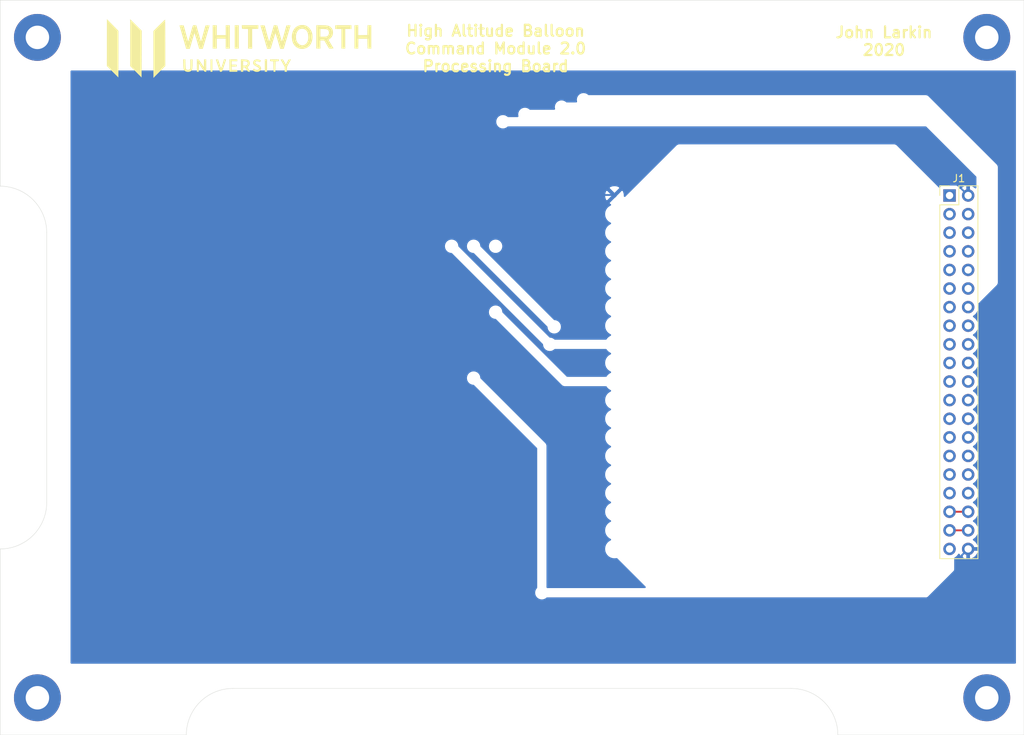
<source format=kicad_pcb>
(kicad_pcb (version 20171130) (host pcbnew "(5.1.4)-1")

  (general
    (thickness 1.6)
    (drawings 14)
    (tracks 28)
    (zones 0)
    (modules 6)
    (nets 38)
  )

  (page A4)
  (layers
    (0 F.Cu signal)
    (31 B.Cu signal hide)
    (32 B.Adhes user)
    (33 F.Adhes user)
    (34 B.Paste user)
    (35 F.Paste user)
    (36 B.SilkS user)
    (37 F.SilkS user)
    (38 B.Mask user)
    (39 F.Mask user)
    (40 Dwgs.User user hide)
    (41 Cmts.User user hide)
    (42 Eco1.User user hide)
    (43 Eco2.User user hide)
    (44 Edge.Cuts user)
    (45 Margin user)
    (46 B.CrtYd user)
    (47 F.CrtYd user)
    (48 B.Fab user hide)
    (49 F.Fab user hide)
  )

  (setup
    (last_trace_width 0.25)
    (trace_clearance 0.2)
    (zone_clearance 0.508)
    (zone_45_only no)
    (trace_min 0.2)
    (via_size 0.8)
    (via_drill 0.4)
    (via_min_size 0.4)
    (via_min_drill 0.3)
    (uvia_size 0.3)
    (uvia_drill 0.1)
    (uvias_allowed no)
    (uvia_min_size 0.2)
    (uvia_min_drill 0.1)
    (edge_width 0.05)
    (segment_width 0.2)
    (pcb_text_width 0.3)
    (pcb_text_size 1.5 1.5)
    (mod_edge_width 0.12)
    (mod_text_size 1 1)
    (mod_text_width 0.15)
    (pad_size 1.524 1.524)
    (pad_drill 0.762)
    (pad_to_mask_clearance 0.051)
    (solder_mask_min_width 0.25)
    (aux_axis_origin 0 0)
    (visible_elements 7FFFFFFF)
    (pcbplotparams
      (layerselection 0x010fc_ffffffff)
      (usegerberextensions false)
      (usegerberattributes false)
      (usegerberadvancedattributes false)
      (creategerberjobfile false)
      (excludeedgelayer true)
      (linewidth 0.100000)
      (plotframeref false)
      (viasonmask false)
      (mode 1)
      (useauxorigin false)
      (hpglpennumber 1)
      (hpglpenspeed 20)
      (hpglpendiameter 15.000000)
      (psnegative false)
      (psa4output false)
      (plotreference true)
      (plotvalue true)
      (plotinvisibletext false)
      (padsonsilk false)
      (subtractmaskfromsilk false)
      (outputformat 1)
      (mirror false)
      (drillshape 1)
      (scaleselection 1)
      (outputdirectory ""))
  )

  (net 0 "")
  (net 1 GND)
  (net 2 +5V)
  (net 3 /SPI_MOSI)
  (net 4 /SPI_MISO)
  (net 5 /SPI_CLK)
  (net 6 /I2C_SDA)
  (net 7 /I2C_SCL)
  (net 8 /POD_WAKE)
  (net 9 /POD_TX)
  (net 10 /POD_RX)
  (net 11 /RADIO_WAKE)
  (net 12 /A0)
  (net 13 /A1)
  (net 14 /A2)
  (net 15 /LED_A)
  (net 16 /LED_B)
  (net 17 /LED_C)
  (net 18 /AUDIO_ALERT)
  (net 19 /PWM)
  (net 20 /IRIDIUM_NET_AVAIL)
  (net 21 /IRIDIUM_RX)
  (net 22 /IRIDIUM_TX)
  (net 23 /IRIDIUM_PWR_CTRL)
  (net 24 +3V3)
  (net 25 +BATT)
  (net 26 +7.4V)
  (net 27 GNDPWR)
  (net 28 GNDS)
  (net 29 /INTERBOARD_0)
  (net 30 /RADIO_RX)
  (net 31 /RADIO_TX)
  (net 32 /BT_RX)
  (net 33 /BT_TX)
  (net 34 /A4)
  (net 35 /A3)
  (net 36 /DIO1)
  (net 37 /DIO2)

  (net_class Default "This is the default net class."
    (clearance 0.2)
    (trace_width 0.25)
    (via_dia 0.8)
    (via_drill 0.4)
    (uvia_dia 0.3)
    (uvia_drill 0.1)
    (add_net +3V3)
    (add_net +5V)
    (add_net +7.4V)
    (add_net +BATT)
    (add_net /A0)
    (add_net /A1)
    (add_net /A2)
    (add_net /A3)
    (add_net /A4)
    (add_net /AUDIO_ALERT)
    (add_net /BT_RX)
    (add_net /BT_TX)
    (add_net /DIO1)
    (add_net /DIO2)
    (add_net /I2C_SCL)
    (add_net /I2C_SDA)
    (add_net /INTERBOARD_0)
    (add_net /IRIDIUM_NET_AVAIL)
    (add_net /IRIDIUM_PWR_CTRL)
    (add_net /IRIDIUM_RX)
    (add_net /IRIDIUM_TX)
    (add_net /LED_A)
    (add_net /LED_B)
    (add_net /LED_C)
    (add_net /POD_RX)
    (add_net /POD_TX)
    (add_net /POD_WAKE)
    (add_net /PWM)
    (add_net /RADIO_RX)
    (add_net /RADIO_TX)
    (add_net /RADIO_WAKE)
    (add_net /SERIAL_ALERT)
    (add_net /SPI_CLK)
    (add_net /SPI_MISO)
    (add_net /SPI_MOSI)
    (add_net GND)
    (add_net GNDPWR)
    (add_net GNDS)
  )

  (module WhitworthStandard:LOGO (layer F.Cu) (tedit 0) (tstamp 5E6714B9)
    (at 58 32)
    (fp_text reference G*** (at 0 0) (layer F.SilkS) hide
      (effects (font (size 1.524 1.524) (thickness 0.3)))
    )
    (fp_text value LOGO (at 0.75 0) (layer Cmts.User) hide
      (effects (font (size 1.524 1.524) (thickness 0.3)))
    )
    (fp_poly (pts (xy 16.256 -1.81807) (xy 16.880416 -1.829785) (xy 17.504833 -1.8415) (xy 17.528149 -3.175)
      (xy 18.034 -3.175) (xy 18.034 0) (xy 17.528149 0) (xy 17.504833 -1.3335)
      (xy 16.277166 -1.3335) (xy 16.25385 0) (xy 15.748 0) (xy 15.748 -3.175)
      (xy 16.256 -3.175) (xy 16.256 -1.81807)) (layer F.SilkS) (width 0.01))
    (fp_poly (pts (xy 15.324666 -2.667) (xy 14.478 -2.667) (xy 14.478 0) (xy 13.97 0)
      (xy 13.97 -2.667) (xy 13.123333 -2.667) (xy 13.123333 -3.175) (xy 15.324666 -3.175)
      (xy 15.324666 -2.667)) (layer F.SilkS) (width 0.01))
    (fp_poly (pts (xy 11.564106 -3.171141) (xy 11.82526 -3.157787) (xy 12.030443 -3.132276) (xy 12.193867 -3.091947)
      (xy 12.32974 -3.034135) (xy 12.452273 -2.95618) (xy 12.469466 -2.943283) (xy 12.644032 -2.76072)
      (xy 12.756952 -2.537795) (xy 12.809758 -2.290509) (xy 12.803982 -2.034867) (xy 12.741154 -1.786871)
      (xy 12.622805 -1.562526) (xy 12.450467 -1.377833) (xy 12.31099 -1.287025) (xy 12.228404 -1.236394)
      (xy 12.192079 -1.198437) (xy 12.192 -1.197368) (xy 12.212882 -1.153264) (xy 12.270477 -1.050124)
      (xy 12.357199 -0.901071) (xy 12.465469 -0.719226) (xy 12.530666 -0.611286) (xy 12.647444 -0.41725)
      (xy 12.746806 -0.249017) (xy 12.821174 -0.119668) (xy 12.862972 -0.042285) (xy 12.869333 -0.026664)
      (xy 12.830591 -0.013477) (xy 12.728697 -0.003944) (xy 12.585147 -0.000015) (xy 12.575258 0)
      (xy 12.281183 0) (xy 11.951104 -0.550333) (xy 11.621025 -1.100667) (xy 11.091333 -1.100667)
      (xy 11.091333 0) (xy 10.541 0) (xy 10.541 -2.667) (xy 11.091333 -2.667)
      (xy 11.091333 -1.608667) (xy 11.497551 -1.608667) (xy 11.717384 -1.613282) (xy 11.871738 -1.628836)
      (xy 11.979385 -1.657897) (xy 12.026034 -1.68089) (xy 12.16314 -1.80757) (xy 12.247374 -1.980741)
      (xy 12.27261 -2.176302) (xy 12.232724 -2.370153) (xy 12.21245 -2.414386) (xy 12.136617 -2.522743)
      (xy 12.030883 -2.596947) (xy 11.880642 -2.642145) (xy 11.671287 -2.663485) (xy 11.495602 -2.667)
      (xy 11.091333 -2.667) (xy 10.541 -2.667) (xy 10.541 -3.175) (xy 11.232771 -3.175)
      (xy 11.564106 -3.171141)) (layer F.SilkS) (width 0.01))
    (fp_poly (pts (xy 2.616195 -2.931584) (xy 2.6035 -2.688167) (xy 2.19075 -2.676051) (xy 1.778 -2.663934)
      (xy 1.778 0) (xy 1.227666 0) (xy 1.227666 -2.663934) (xy 0.814916 -2.676051)
      (xy 0.402166 -2.688167) (xy 0.38947 -2.931584) (xy 0.376774 -3.175) (xy 2.628891 -3.175)
      (xy 2.616195 -2.931584)) (layer F.SilkS) (width 0.01))
    (fp_poly (pts (xy -0.042334 0) (xy -0.592667 0) (xy -0.592667 -3.175) (xy -0.042334 -3.175)
      (xy -0.042334 0)) (layer F.SilkS) (width 0.01))
    (fp_poly (pts (xy -3.048 -1.820333) (xy -1.820334 -1.820333) (xy -1.820334 -3.175) (xy -1.27 -3.175)
      (xy -1.27 0) (xy -1.820334 0) (xy -1.820334 -1.354667) (xy -3.048 -1.354667)
      (xy -3.048 0) (xy -3.598334 0) (xy -3.598334 -3.175) (xy -3.048 -3.175)
      (xy -3.048 -1.820333)) (layer F.SilkS) (width 0.01))
    (fp_poly (pts (xy 5.113461 -3.16894) (xy 5.190046 -3.146758) (xy 5.223151 -3.102455) (xy 5.223626 -3.100917)
      (xy 5.240913 -3.040695) (xy 5.277543 -2.911099) (xy 5.330096 -2.724306) (xy 5.395148 -2.492492)
      (xy 5.469278 -2.22783) (xy 5.524051 -2.032) (xy 5.602459 -1.752451) (xy 5.674319 -1.498025)
      (xy 5.736197 -1.280739) (xy 5.784659 -1.112611) (xy 5.816271 -1.005656) (xy 5.826517 -0.973667)
      (xy 5.843364 -0.99587) (xy 5.878755 -1.090257) (xy 5.929678 -1.247132) (xy 5.993121 -1.456801)
      (xy 6.066071 -1.709572) (xy 6.145517 -1.995749) (xy 6.155378 -2.032) (xy 6.459867 -3.153833)
      (xy 6.743009 -3.166338) (xy 6.898529 -3.169385) (xy 6.982944 -3.159893) (xy 7.009168 -3.13579)
      (xy 7.007158 -3.124004) (xy 6.992013 -3.073809) (xy 6.95658 -2.953293) (xy 6.904055 -2.773481)
      (xy 6.837634 -2.545397) (xy 6.760514 -2.280064) (xy 6.675892 -1.988507) (xy 6.586964 -1.68175)
      (xy 6.496927 -1.370817) (xy 6.408977 -1.066732) (xy 6.326311 -0.780518) (xy 6.252126 -0.5232)
      (xy 6.189618 -0.305802) (xy 6.159611 -0.201083) (xy 6.089992 0.042333) (xy 5.608237 0.042333)
      (xy 5.29208 -1.056896) (xy 5.208109 -1.343469) (xy 5.130414 -1.598431) (xy 5.062244 -1.811918)
      (xy 5.006851 -1.974068) (xy 4.967486 -2.075019) (xy 4.947401 -2.104908) (xy 4.946847 -2.104169)
      (xy 4.926594 -2.048276) (xy 4.885394 -1.917681) (xy 4.825252 -1.719179) (xy 4.748178 -1.459563)
      (xy 4.656177 -1.145628) (xy 4.551257 -0.784167) (xy 4.435426 -0.381975) (xy 4.353327 -0.09525)
      (xy 4.326738 -0.017527) (xy 4.288162 0.02345) (xy 4.213689 0.039359) (xy 4.079407 0.041881)
      (xy 4.072593 0.041869) (xy 3.831166 0.041404) (xy 3.390816 -1.492715) (xy 3.290944 -1.840804)
      (xy 3.197944 -2.165225) (xy 3.114525 -2.45651) (xy 3.043394 -2.705189) (xy 2.987259 -2.901797)
      (xy 2.948828 -3.036865) (xy 2.930809 -3.100926) (xy 2.930257 -3.102976) (xy 2.927673 -3.142936)
      (xy 2.957963 -3.164282) (xy 3.03791 -3.170998) (xy 3.184293 -3.167064) (xy 3.197848 -3.166476)
      (xy 3.485649 -3.153833) (xy 3.782965 -2.041226) (xy 3.861732 -1.752234) (xy 3.9348 -1.495075)
      (xy 3.999123 -1.279608) (xy 4.051656 -1.115689) (xy 4.089354 -1.013176) (xy 4.109171 -0.981926)
      (xy 4.109945 -0.982893) (xy 4.13017 -1.039173) (xy 4.168766 -1.163443) (xy 4.221689 -1.342044)
      (xy 4.284896 -1.56132) (xy 4.354342 -1.807613) (xy 4.35789 -1.820333) (xy 4.432813 -2.08824)
      (xy 4.506335 -2.349497) (xy 4.572985 -2.584792) (xy 4.627297 -2.77481) (xy 4.660545 -2.88925)
      (xy 4.744918 -3.175) (xy 4.973106 -3.175) (xy 5.113461 -3.16894)) (layer F.SilkS) (width 0.01))
    (fp_poly (pts (xy -6.118585 -3.176321) (xy -6.073343 -3.175) (xy -5.845586 -3.175) (xy -5.7622 -2.88925)
      (xy -5.724094 -2.756306) (xy -5.668896 -2.560586) (xy -5.601886 -2.320972) (xy -5.528347 -2.056347)
      (xy -5.457298 -1.799167) (xy -5.387905 -1.550336) (xy -5.324715 -1.329627) (xy -5.271574 -1.150011)
      (xy -5.232332 -1.024461) (xy -5.210835 -0.965947) (xy -5.209521 -0.963914) (xy -5.19217 -0.994689)
      (xy -5.156582 -1.097168) (xy -5.105823 -1.26111) (xy -5.042963 -1.476277) (xy -4.971069 -1.732428)
      (xy -4.893209 -2.019326) (xy -4.892429 -2.022247) (xy -4.813926 -2.313466) (xy -4.741229 -2.577855)
      (xy -4.677498 -2.804343) (xy -4.625892 -2.981856) (xy -4.589571 -3.09932) (xy -4.571915 -3.145433)
      (xy -4.51681 -3.161501) (xy -4.403964 -3.168707) (xy -4.286706 -3.1666) (xy -4.031178 -3.153833)
      (xy -4.491615 -1.566333) (xy -4.593294 -1.215542) (xy -4.687215 -0.89109) (xy -4.770843 -0.601765)
      (xy -4.841643 -0.356355) (xy -4.897082 -0.163647) (xy -4.934625 -0.032429) (xy -4.951737 0.028512)
      (xy -4.952526 0.03175) (xy -4.991189 0.037387) (xy -5.090818 0.041097) (xy -5.196417 0.04201)
      (xy -5.439834 0.041686) (xy -5.755478 -1.058967) (xy -5.839229 -1.345686) (xy -5.916674 -1.600724)
      (xy -5.984583 -1.814237) (xy -6.039723 -1.976382) (xy -6.078863 -2.077315) (xy -6.098771 -2.107191)
      (xy -6.099347 -2.106393) (xy -6.119212 -2.050955) (xy -6.158218 -1.92724) (xy -6.212387 -1.748423)
      (xy -6.277738 -1.527676) (xy -6.350291 -1.278171) (xy -6.364831 -1.227667) (xy -6.441869 -0.960008)
      (xy -6.515434 -0.705121) (xy -6.580649 -0.479847) (xy -6.632639 -0.301028) (xy -6.666526 -0.185503)
      (xy -6.668185 -0.179917) (xy -6.734281 0.042333) (xy -6.976057 0.041484) (xy -7.217834 0.040634)
      (xy -7.659272 -1.514266) (xy -7.758601 -1.863839) (xy -7.851108 -2.188822) (xy -7.934147 -2.479972)
      (xy -8.005076 -2.728041) (xy -8.061249 -2.923783) (xy -8.100023 -3.057954) (xy -8.118752 -3.121306)
      (xy -8.119673 -3.124139) (xy -8.110351 -3.153473) (xy -8.047848 -3.167751) (xy -7.919205 -3.169006)
      (xy -7.849863 -3.166472) (xy -7.561089 -3.153833) (xy -7.264119 -2.043043) (xy -7.185314 -1.752932)
      (xy -7.112407 -1.49335) (xy -7.048442 -1.27444) (xy -6.996462 -1.106342) (xy -6.959513 -0.999199)
      (xy -6.940638 -0.963151) (xy -6.94008 -0.963543) (xy -6.921573 -1.011661) (xy -6.884357 -1.129655)
      (xy -6.831916 -1.305698) (xy -6.767738 -1.527961) (xy -6.695309 -1.784616) (xy -6.65013 -1.947333)
      (xy -6.554079 -2.297225) (xy -6.478069 -2.574305) (xy -6.41816 -2.786963) (xy -6.370411 -2.943585)
      (xy -6.330881 -3.052561) (xy -6.295629 -3.122279) (xy -6.260714 -3.161125) (xy -6.222196 -3.177489)
      (xy -6.176133 -3.179758) (xy -6.118585 -3.176321)) (layer F.SilkS) (width 0.01))
    (fp_poly (pts (xy 8.832412 -3.201675) (xy 9.110922 -3.129938) (xy 9.36449 -2.986603) (xy 9.498852 -2.875854)
      (xy 9.730658 -2.607979) (xy 9.896244 -2.292531) (xy 9.993054 -1.937749) (xy 10.018529 -1.551878)
      (xy 9.994273 -1.279091) (xy 9.907215 -0.901381) (xy 9.767067 -0.588268) (xy 9.572013 -0.336974)
      (xy 9.320235 -0.144719) (xy 9.216976 -0.090195) (xy 8.937974 0.014924) (xy 8.662059 0.055255)
      (xy 8.356344 0.035439) (xy 8.341939 0.033296) (xy 8.056665 -0.051121) (xy 7.793223 -0.207954)
      (xy 7.565496 -0.425328) (xy 7.387364 -0.691366) (xy 7.32066 -0.84044) (xy 7.254676 -1.081267)
      (xy 7.214658 -1.367028) (xy 7.209504 -1.501002) (xy 7.757044 -1.501002) (xy 7.784197 -1.238494)
      (xy 7.844884 -1.018076) (xy 7.848032 -1.010527) (xy 7.982234 -0.780458) (xy 8.162818 -0.597027)
      (xy 8.316748 -0.502906) (xy 8.532184 -0.435325) (xy 8.735261 -0.442329) (xy 8.911166 -0.503345)
      (xy 9.132146 -0.646865) (xy 9.294299 -0.847394) (xy 9.398718 -1.107078) (xy 9.446495 -1.428064)
      (xy 9.450035 -1.56299) (xy 9.422717 -1.915932) (xy 9.343134 -2.206592) (xy 9.212738 -2.433045)
      (xy 9.03298 -2.593369) (xy 8.805312 -2.685641) (xy 8.584769 -2.709175) (xy 8.338551 -2.671729)
      (xy 8.132462 -2.559755) (xy 7.966483 -2.373234) (xy 7.840593 -2.112149) (xy 7.808797 -2.012937)
      (xy 7.764789 -1.770762) (xy 7.757044 -1.501002) (xy 7.209504 -1.501002) (xy 7.203339 -1.661245)
      (xy 7.22345 -1.927434) (xy 7.234602 -1.989667) (xy 7.345149 -2.353039) (xy 7.511313 -2.65718)
      (xy 7.729442 -2.898609) (xy 7.995884 -3.073842) (xy 8.306987 -3.179396) (xy 8.511491 -3.207686)
      (xy 8.832412 -3.201675)) (layer F.SilkS) (width 0.01))
    (fp_poly (pts (xy 7.001187 1.61925) (xy 6.949295 1.716764) (xy 6.869135 1.863385) (xy 6.774183 2.034561)
      (xy 6.724934 2.122466) (xy 6.630285 2.294205) (xy 6.570292 2.419938) (xy 6.537066 2.526863)
      (xy 6.522723 2.642177) (xy 6.519377 2.793078) (xy 6.519333 2.83155) (xy 6.519333 3.175)
      (xy 6.223 3.175) (xy 6.223 2.497101) (xy 5.947833 2.012413) (xy 5.84569 1.83084)
      (xy 5.760715 1.676636) (xy 5.700714 1.5642) (xy 5.673491 1.507933) (xy 5.672666 1.504696)
      (xy 5.7101 1.490002) (xy 5.802907 1.482453) (xy 5.831416 1.482168) (xy 5.906338 1.485374)
      (xy 5.962217 1.503816) (xy 6.012575 1.551575) (xy 6.070929 1.642734) (xy 6.150799 1.791372)
      (xy 6.17755 1.842694) (xy 6.364933 2.202717) (xy 6.482794 2.000942) (xy 6.56631 1.850935)
      (xy 6.643909 1.700264) (xy 6.672256 1.640417) (xy 6.72735 1.537688) (xy 6.789822 1.492425)
      (xy 6.893668 1.481718) (xy 6.907849 1.481667) (xy 7.07184 1.481667) (xy 7.001187 1.61925)) (layer F.SilkS) (width 0.01))
    (fp_poly (pts (xy 5.418666 1.606454) (xy 5.413634 1.679334) (xy 5.384356 1.718049) (xy 5.309561 1.735769)
      (xy 5.196416 1.744038) (xy 4.974166 1.756833) (xy 4.962559 2.465917) (xy 4.950952 3.175)
      (xy 4.701047 3.175) (xy 4.68944 2.465917) (xy 4.677833 1.756833) (xy 4.455583 1.744038)
      (xy 4.326298 1.733769) (xy 4.260348 1.713533) (xy 4.236458 1.670162) (xy 4.233333 1.606454)
      (xy 4.233333 1.481667) (xy 5.418666 1.481667) (xy 5.418666 1.606454)) (layer F.SilkS) (width 0.01))
    (fp_poly (pts (xy 3.81 3.175) (xy 3.513666 3.175) (xy 3.513666 1.481667) (xy 3.81 1.481667)
      (xy 3.81 3.175)) (layer F.SilkS) (width 0.01))
    (fp_poly (pts (xy 0.695535 1.488396) (xy 0.950372 1.504374) (xy 1.135711 1.537754) (xy 1.266086 1.595586)
      (xy 1.356031 1.684923) (xy 1.42008 1.812815) (xy 1.431706 1.845543) (xy 1.460799 2.05348)
      (xy 1.40963 2.248915) (xy 1.282561 2.416523) (xy 1.264936 2.431931) (xy 1.134401 2.541769)
      (xy 1.308034 2.834035) (xy 1.389089 2.973604) (xy 1.449937 3.084342) (xy 1.480127 3.147039)
      (xy 1.481666 3.153206) (xy 1.444503 3.167443) (xy 1.352447 3.168852) (xy 1.325135 3.166972)
      (xy 1.242045 3.154043) (xy 1.17778 3.121068) (xy 1.114734 3.051989) (xy 1.035304 2.930754)
      (xy 0.997411 2.868083) (xy 0.907383 2.723258) (xy 0.841375 2.637591) (xy 0.782935 2.595875)
      (xy 0.715609 2.5829) (xy 0.688276 2.582333) (xy 0.550333 2.582333) (xy 0.550333 3.175)
      (xy 0.254 3.175) (xy 0.254 2.328333) (xy 0.550333 2.328333) (xy 0.763924 2.328333)
      (xy 0.912903 2.318168) (xy 1.014094 2.27998) (xy 1.081424 2.224424) (xy 1.170123 2.094673)
      (xy 1.180219 1.972034) (xy 1.11773 1.866415) (xy 0.988674 1.787719) (xy 0.799068 1.745851)
      (xy 0.790199 1.745074) (xy 0.550333 1.725182) (xy 0.550333 2.328333) (xy 0.254 2.328333)
      (xy 0.254 1.47396) (xy 0.695535 1.488396)) (layer F.SilkS) (width 0.01))
    (fp_poly (pts (xy -0.254 1.735667) (xy -1.016 1.735667) (xy -1.016 2.201333) (xy -0.338667 2.201333)
      (xy -0.338667 2.455333) (xy -1.016 2.455333) (xy -1.016 2.921) (xy -0.254 2.921)
      (xy -0.254 3.175) (xy -1.312334 3.175) (xy -1.312334 1.481667) (xy -0.254 1.481667)
      (xy -0.254 1.735667)) (layer F.SilkS) (width 0.01))
    (fp_poly (pts (xy -1.82352 1.491178) (xy -1.778571 1.514404) (xy -1.778 1.51765) (xy -1.790888 1.564918)
      (xy -1.826177 1.677156) (xy -1.878807 1.839246) (xy -1.943714 2.036067) (xy -2.015839 2.252502)
      (xy -2.090119 2.473431) (xy -2.161493 2.683736) (xy -2.2249 2.868298) (xy -2.275278 3.011997)
      (xy -2.307566 3.099716) (xy -2.30804 3.100917) (xy -2.376042 3.161133) (xy -2.472286 3.175)
      (xy -2.60718 3.175) (xy -2.877121 2.38125) (xy -2.961121 2.134339) (xy -3.036476 1.913014)
      (xy -3.09868 1.730488) (xy -3.143229 1.599978) (xy -3.165621 1.534698) (xy -3.16667 1.531692)
      (xy -3.1566 1.495624) (xy -3.082544 1.486069) (xy -3.025777 1.489358) (xy -2.865277 1.502833)
      (xy -2.666505 2.116667) (xy -2.592327 2.348137) (xy -2.536498 2.512906) (xy -2.49242 2.609094)
      (xy -2.453496 2.634822) (xy -2.413127 2.588208) (xy -2.364717 2.467373) (xy -2.301668 2.270438)
      (xy -2.217382 1.995521) (xy -2.215067 1.988027) (xy -2.058619 1.481667) (xy -1.91831 1.481667)
      (xy -1.82352 1.491178)) (layer F.SilkS) (width 0.01))
    (fp_poly (pts (xy -3.640667 3.175) (xy -3.894667 3.175) (xy -3.894667 1.481667) (xy -3.640667 1.481667)
      (xy -3.640667 3.175)) (layer F.SilkS) (width 0.01))
    (fp_poly (pts (xy -5.585025 1.488258) (xy -5.534273 1.514971) (xy -5.474769 1.572209) (xy -5.397275 1.670376)
      (xy -5.292552 1.819878) (xy -5.160014 2.01805) (xy -4.804834 2.554434) (xy -4.792986 2.01805)
      (xy -4.781138 1.481667) (xy -4.487334 1.481667) (xy -4.487334 3.175) (xy -4.614155 3.175)
      (xy -4.665941 3.169482) (xy -4.71572 3.146098) (xy -4.772646 3.094606) (xy -4.845875 3.004761)
      (xy -4.944563 2.866322) (xy -5.077866 2.669043) (xy -5.111571 2.618494) (xy -5.482167 2.061988)
      (xy -5.505791 3.175) (xy -5.757334 3.175) (xy -5.757334 1.481667) (xy -5.636264 1.481667)
      (xy -5.585025 1.488258)) (layer F.SilkS) (width 0.01))
    (fp_poly (pts (xy 2.596332 1.49569) (xy 2.750388 1.532412) (xy 2.876093 1.583814) (xy 2.951392 1.641876)
      (xy 2.963333 1.673446) (xy 2.934602 1.736686) (xy 2.881258 1.796821) (xy 2.814362 1.845707)
      (xy 2.755984 1.837615) (xy 2.702505 1.803382) (xy 2.586518 1.754308) (xy 2.447817 1.737822)
      (xy 2.320832 1.754281) (xy 2.244122 1.798617) (xy 2.204939 1.90092) (xy 2.242621 2.008071)
      (xy 2.350983 2.108446) (xy 2.433293 2.154144) (xy 2.550086 2.206076) (xy 2.634889 2.238381)
      (xy 2.657554 2.243667) (xy 2.70825 2.26867) (xy 2.79492 2.331372) (xy 2.83021 2.360083)
      (xy 2.941756 2.501121) (xy 2.994873 2.672519) (xy 2.983113 2.845372) (xy 2.954408 2.916919)
      (xy 2.830428 3.063919) (xy 2.654646 3.160711) (xy 2.44881 3.199029) (xy 2.264833 3.179039)
      (xy 2.137144 3.136779) (xy 2.011327 3.079742) (xy 1.912049 3.020938) (xy 1.863978 2.973377)
      (xy 1.862666 2.966936) (xy 1.886964 2.91057) (xy 1.941333 2.833231) (xy 2.019999 2.736082)
      (xy 2.137542 2.828541) (xy 2.258042 2.889959) (xy 2.403908 2.919621) (xy 2.544144 2.91569)
      (xy 2.647757 2.876327) (xy 2.665066 2.85983) (xy 2.713424 2.766549) (xy 2.694231 2.676789)
      (xy 2.602896 2.584318) (xy 2.434826 2.482903) (xy 2.359728 2.445442) (xy 2.14138 2.32406)
      (xy 1.9993 2.202197) (xy 1.925701 2.069233) (xy 1.912791 1.914551) (xy 1.922011 1.848761)
      (xy 1.993079 1.675129) (xy 2.127218 1.553979) (xy 2.317376 1.49035) (xy 2.435978 1.481667)
      (xy 2.596332 1.49569)) (layer F.SilkS) (width 0.01))
    (fp_poly (pts (xy -7.316134 2.112356) (xy -7.309526 2.362199) (xy -7.300973 2.54176) (xy -7.288591 2.66542)
      (xy -7.270497 2.747565) (xy -7.244805 2.802577) (xy -7.221856 2.832022) (xy -7.107053 2.902446)
      (xy -6.959545 2.922356) (xy -6.814801 2.891441) (xy -6.731 2.836333) (xy -6.698124 2.7967)
      (xy -6.675009 2.744856) (xy -6.659964 2.666424) (xy -6.651298 2.547029) (xy -6.647319 2.372292)
      (xy -6.646335 2.127836) (xy -6.646334 2.116667) (xy -6.646334 1.481667) (xy -6.35 1.481667)
      (xy -6.350066 2.106083) (xy -6.353902 2.400501) (xy -6.367695 2.624309) (xy -6.394984 2.791321)
      (xy -6.439306 2.915349) (xy -6.504199 3.010207) (xy -6.5932 3.089708) (xy -6.604 3.097664)
      (xy -6.778218 3.177005) (xy -6.985821 3.200372) (xy -7.195049 3.165863) (xy -7.267943 3.137382)
      (xy -7.379278 3.076679) (xy -7.462734 3.004416) (xy -7.522684 2.907769) (xy -7.563497 2.773916)
      (xy -7.589547 2.590035) (xy -7.605202 2.343303) (xy -7.612294 2.12725) (xy -7.629047 1.481667)
      (xy -7.329767 1.481667) (xy -7.316134 2.112356)) (layer F.SilkS) (width 0.01))
    (fp_poly (pts (xy -14.075563 -3.216781) (xy -13.292126 -2.433344) (xy -13.30298 0.752263) (xy -13.313834 3.937869)
      (xy -14.859 2.390997) (xy -14.859 -4.000217) (xy -14.075563 -3.216781)) (layer F.SilkS) (width 0.01))
    (fp_poly (pts (xy -17.249407 -3.20724) (xy -16.467667 -2.41398) (xy -16.467667 0.76151) (xy -16.46781 1.271683)
      (xy -16.468224 1.756498) (xy -16.468886 2.20941) (xy -16.469774 2.623875) (xy -16.470865 2.99335)
      (xy -16.472135 3.31129) (xy -16.473564 3.571153) (xy -16.475126 3.766393) (xy -16.476801 3.890467)
      (xy -16.478566 3.936832) (xy -16.47868 3.937) (xy -16.510295 3.90832) (xy -16.593634 3.827557)
      (xy -16.720683 3.70262) (xy -16.883425 3.541422) (xy -17.073844 3.351875) (xy -17.261846 3.163999)
      (xy -18.034 2.390997) (xy -18.032574 -0.804751) (xy -18.031147 -4.000499) (xy -17.249407 -3.20724)) (layer F.SilkS) (width 0.01))
    (fp_poly (pts (xy -10.101622 -3.89576) (xy -10.096829 -3.776411) (xy -10.092353 -3.58551) (xy -10.088258 -3.329617)
      (xy -10.084609 -3.015287) (xy -10.081472 -2.649079) (xy -10.07891 -2.23755) (xy -10.076991 -1.787259)
      (xy -10.075777 -1.304762) (xy -10.075335 -0.796617) (xy -10.075334 -0.77482) (xy -10.075334 2.38736)
      (xy -10.879367 3.19393) (xy -11.683401 4.0005) (xy -11.683701 0.803904) (xy -11.684 -2.392692)
      (xy -10.910999 -3.164846) (xy -10.701278 -3.373173) (xy -10.510758 -3.560205) (xy -10.347708 -3.718004)
      (xy -10.220396 -3.838634) (xy -10.137091 -3.914155) (xy -10.106666 -3.937) (xy -10.101622 -3.89576)) (layer F.SilkS) (width 0.01))
  )

  (module WhitworthStandard:PC104_40PinSocket_2.54mm (layer F.Cu) (tedit 5E1E1C15) (tstamp 5DB96938)
    (at 154.94 52.07)
    (descr "Through hole straight pin header, 2x20, 2.54mm pitch, double rows")
    (tags "Through hole pin header THT 2x20 2.54mm double row")
    (path /5DB909C2)
    (fp_text reference J1 (at 1.27 -2.33) (layer F.SilkS)
      (effects (font (size 1 1) (thickness 0.15)))
    )
    (fp_text value PC104_40Pin_2.54mm (at 1.27 50.59) (layer F.Fab)
      (effects (font (size 1 1) (thickness 0.15)))
    )
    (fp_text user %R (at 1.27 24.13 90) (layer F.Fab)
      (effects (font (size 1 1) (thickness 0.15)))
    )
    (fp_line (start 4.35 -1.8) (end -1.8 -1.8) (layer F.CrtYd) (width 0.05))
    (fp_line (start 4.35 50.05) (end 4.35 -1.8) (layer F.CrtYd) (width 0.05))
    (fp_line (start -1.8 50.05) (end 4.35 50.05) (layer F.CrtYd) (width 0.05))
    (fp_line (start -1.8 -1.8) (end -1.8 50.05) (layer F.CrtYd) (width 0.05))
    (fp_line (start -1.33 -1.33) (end 0 -1.33) (layer F.SilkS) (width 0.12))
    (fp_line (start -1.33 0) (end -1.33 -1.33) (layer F.SilkS) (width 0.12))
    (fp_line (start 1.27 -1.33) (end 3.87 -1.33) (layer F.SilkS) (width 0.12))
    (fp_line (start 1.27 1.27) (end 1.27 -1.33) (layer F.SilkS) (width 0.12))
    (fp_line (start -1.33 1.27) (end 1.27 1.27) (layer F.SilkS) (width 0.12))
    (fp_line (start 3.87 -1.33) (end 3.87 49.59) (layer F.SilkS) (width 0.12))
    (fp_line (start -1.33 1.27) (end -1.33 49.59) (layer F.SilkS) (width 0.12))
    (fp_line (start -1.33 49.59) (end 3.87 49.59) (layer F.SilkS) (width 0.12))
    (fp_line (start -1.27 0) (end 0 -1.27) (layer F.Fab) (width 0.1))
    (fp_line (start -1.27 49.53) (end -1.27 0) (layer F.Fab) (width 0.1))
    (fp_line (start 3.81 49.53) (end -1.27 49.53) (layer F.Fab) (width 0.1))
    (fp_line (start 3.81 -1.27) (end 3.81 49.53) (layer F.Fab) (width 0.1))
    (fp_line (start 0 -1.27) (end 3.81 -1.27) (layer F.Fab) (width 0.1))
    (pad 21 thru_hole oval (at 2.54 48.26) (size 1.7 1.7) (drill 1) (layers *.Cu *.Mask)
      (net 1 GND))
    (pad 20 thru_hole oval (at 0 48.26) (size 1.7 1.7) (drill 1) (layers *.Cu *.Mask)
      (net 24 +3V3))
    (pad 22 thru_hole oval (at 2.54 45.72) (size 1.7 1.7) (drill 1) (layers *.Cu *.Mask)
      (net 25 +BATT))
    (pad 19 thru_hole oval (at 0 45.72) (size 1.7 1.7) (drill 1) (layers *.Cu *.Mask)
      (net 25 +BATT))
    (pad 23 thru_hole oval (at 2.54 43.18) (size 1.7 1.7) (drill 1) (layers *.Cu *.Mask)
      (net 26 +7.4V))
    (pad 18 thru_hole oval (at 0 43.18) (size 1.7 1.7) (drill 1) (layers *.Cu *.Mask)
      (net 26 +7.4V))
    (pad 24 thru_hole oval (at 2.54 40.64) (size 1.7 1.7) (drill 1) (layers *.Cu *.Mask)
      (net 15 /LED_A))
    (pad 17 thru_hole oval (at 0 40.64) (size 1.7 1.7) (drill 1) (layers *.Cu *.Mask)
      (net 27 GNDPWR))
    (pad 25 thru_hole oval (at 2.54 38.1) (size 1.7 1.7) (drill 1) (layers *.Cu *.Mask)
      (net 16 /LED_B))
    (pad 16 thru_hole oval (at 0 38.1) (size 1.7 1.7) (drill 1) (layers *.Cu *.Mask)
      (net 34 /A4))
    (pad 26 thru_hole oval (at 2.54 35.56) (size 1.7 1.7) (drill 1) (layers *.Cu *.Mask)
      (net 17 /LED_C))
    (pad 15 thru_hole oval (at 0 35.56) (size 1.7 1.7) (drill 1) (layers *.Cu *.Mask)
      (net 35 /A3))
    (pad 27 thru_hole oval (at 2.54 33.02) (size 1.7 1.7) (drill 1) (layers *.Cu *.Mask)
      (net 12 /A0))
    (pad 14 thru_hole oval (at 0 33.02) (size 1.7 1.7) (drill 1) (layers *.Cu *.Mask)
      (net 8 /POD_WAKE))
    (pad 28 thru_hole oval (at 2.54 30.48) (size 1.7 1.7) (drill 1) (layers *.Cu *.Mask)
      (net 13 /A1))
    (pad 13 thru_hole oval (at 0 30.48) (size 1.7 1.7) (drill 1) (layers *.Cu *.Mask)
      (net 9 /POD_TX))
    (pad 29 thru_hole oval (at 2.54 27.94) (size 1.7 1.7) (drill 1) (layers *.Cu *.Mask)
      (net 14 /A2))
    (pad 12 thru_hole oval (at 0 27.94) (size 1.7 1.7) (drill 1) (layers *.Cu *.Mask)
      (net 10 /POD_RX))
    (pad 30 thru_hole oval (at 2.54 25.4) (size 1.7 1.7) (drill 1) (layers *.Cu *.Mask)
      (net 18 /AUDIO_ALERT))
    (pad 11 thru_hole oval (at 0 25.4) (size 1.7 1.7) (drill 1) (layers *.Cu *.Mask)
      (net 28 GNDS))
    (pad 31 thru_hole oval (at 2.54 22.86) (size 1.7 1.7) (drill 1) (layers *.Cu *.Mask)
      (net 19 /PWM))
    (pad 10 thru_hole oval (at 0 22.86) (size 1.7 1.7) (drill 1) (layers *.Cu *.Mask)
      (net 20 /IRIDIUM_NET_AVAIL))
    (pad 32 thru_hole oval (at 2.54 20.32) (size 1.7 1.7) (drill 1) (layers *.Cu *.Mask)
      (net 36 /DIO1))
    (pad 9 thru_hole oval (at 0 20.32) (size 1.7 1.7) (drill 1) (layers *.Cu *.Mask)
      (net 22 /IRIDIUM_TX))
    (pad 33 thru_hole oval (at 2.54 17.78) (size 1.7 1.7) (drill 1) (layers *.Cu *.Mask)
      (net 29 /INTERBOARD_0))
    (pad 8 thru_hole oval (at 0 17.78) (size 1.7 1.7) (drill 1) (layers *.Cu *.Mask)
      (net 21 /IRIDIUM_RX))
    (pad 34 thru_hole oval (at 2.54 15.24) (size 1.7 1.7) (drill 1) (layers *.Cu *.Mask)
      (net 31 /RADIO_TX))
    (pad 7 thru_hole oval (at 0 15.24) (size 1.7 1.7) (drill 1) (layers *.Cu *.Mask)
      (net 23 /IRIDIUM_PWR_CTRL))
    (pad 35 thru_hole oval (at 2.54 12.7) (size 1.7 1.7) (drill 1) (layers *.Cu *.Mask)
      (net 30 /RADIO_RX))
    (pad 6 thru_hole oval (at 0 12.7) (size 1.7 1.7) (drill 1) (layers *.Cu *.Mask)
      (net 37 /DIO2))
    (pad 36 thru_hole oval (at 2.54 10.16) (size 1.7 1.7) (drill 1) (layers *.Cu *.Mask)
      (net 11 /RADIO_WAKE))
    (pad 5 thru_hole oval (at 0 10.16) (size 1.7 1.7) (drill 1) (layers *.Cu *.Mask)
      (net 7 /I2C_SCL))
    (pad 37 thru_hole oval (at 2.54 7.62) (size 1.7 1.7) (drill 1) (layers *.Cu *.Mask)
      (net 6 /I2C_SDA))
    (pad 4 thru_hole oval (at 0 7.62) (size 1.7 1.7) (drill 1) (layers *.Cu *.Mask)
      (net 5 /SPI_CLK))
    (pad 38 thru_hole oval (at 2.54 5.08) (size 1.7 1.7) (drill 1) (layers *.Cu *.Mask)
      (net 32 /BT_RX))
    (pad 3 thru_hole oval (at 0 5.08) (size 1.7 1.7) (drill 1) (layers *.Cu *.Mask)
      (net 4 /SPI_MISO))
    (pad 39 thru_hole oval (at 2.54 2.54) (size 1.7 1.7) (drill 1) (layers *.Cu *.Mask)
      (net 33 /BT_TX))
    (pad 2 thru_hole oval (at 0 2.54) (size 1.7 1.7) (drill 1) (layers *.Cu *.Mask)
      (net 3 /SPI_MOSI))
    (pad 40 thru_hole oval (at 2.54 0) (size 1.7 1.7) (drill 1) (layers *.Cu *.Mask)
      (net 1 GND))
    (pad 1 thru_hole rect (at 0 0) (size 1.7 1.7) (drill 1) (layers *.Cu *.Mask)
      (net 2 +5V))
    (model ${KISYS3DMOD}/Connector_PinHeader_2.54mm.3dshapes/PinHeader_2x20_P2.54mm_Vertical.wrl
      (at (xyz 0 0 0))
      (scale (xyz 1 1 1))
      (rotate (xyz 0 0 0))
    )
  )

  (module MountingHole:MountingHole_3.2mm_M3_Pad (layer F.Cu) (tedit 56D1B4CB) (tstamp 5DB967C1)
    (at 160.02 120.65)
    (descr "Mounting Hole 3.2mm, M3")
    (tags "mounting hole 3.2mm m3")
    (fp_text reference REF** (at 0 -4.2) (layer F.SilkS) hide
      (effects (font (size 1 1) (thickness 0.15)))
    )
    (fp_text value MountingHole_3.2mm_M3_Pad (at 0 4.2) (layer F.Fab) hide
      (effects (font (size 1 1) (thickness 0.15)))
    )
    (fp_circle (center 0 0) (end 3.45 0) (layer F.CrtYd) (width 0.05))
    (fp_circle (center 0 0) (end 3.2 0) (layer Cmts.User) (width 0.15))
    (fp_text user %R (at 0.3 0) (layer F.Fab) hide
      (effects (font (size 1 1) (thickness 0.15)))
    )
    (pad 1 thru_hole circle (at 0 0) (size 6.4 6.4) (drill 3.2) (layers *.Cu *.Mask))
  )

  (module MountingHole:MountingHole_3.2mm_M3_Pad (layer F.Cu) (tedit 56D1B4CB) (tstamp 5DB9678F)
    (at 30.48 120.65)
    (descr "Mounting Hole 3.2mm, M3")
    (tags "mounting hole 3.2mm m3")
    (fp_text reference REF** (at 0 -4.2) (layer F.SilkS) hide
      (effects (font (size 1 1) (thickness 0.15)))
    )
    (fp_text value MountingHole_3.2mm_M3_Pad (at 0 4.2) (layer F.Fab) hide
      (effects (font (size 1 1) (thickness 0.15)))
    )
    (fp_circle (center 0 0) (end 3.45 0) (layer F.CrtYd) (width 0.05))
    (fp_circle (center 0 0) (end 3.2 0) (layer Cmts.User) (width 0.15))
    (fp_text user %R (at 0.3 0) (layer F.Fab) hide
      (effects (font (size 1 1) (thickness 0.15)))
    )
    (pad 1 thru_hole circle (at 0 0) (size 6.4 6.4) (drill 3.2) (layers *.Cu *.Mask))
  )

  (module MountingHole:MountingHole_3.2mm_M3_Pad (layer F.Cu) (tedit 56D1B4CB) (tstamp 5DB96772)
    (at 160.02 30.48)
    (descr "Mounting Hole 3.2mm, M3")
    (tags "mounting hole 3.2mm m3")
    (fp_text reference REF** (at 0 -4.2) (layer F.SilkS) hide
      (effects (font (size 1 1) (thickness 0.15)))
    )
    (fp_text value MountingHole_3.2mm_M3_Pad (at 0 4.2) (layer F.Fab) hide
      (effects (font (size 1 1) (thickness 0.15)))
    )
    (fp_circle (center 0 0) (end 3.45 0) (layer F.CrtYd) (width 0.05))
    (fp_circle (center 0 0) (end 3.2 0) (layer Cmts.User) (width 0.15))
    (fp_text user %R (at 0.3 0) (layer F.Fab) hide
      (effects (font (size 1 1) (thickness 0.15)))
    )
    (pad 1 thru_hole circle (at 0 0) (size 6.4 6.4) (drill 3.2) (layers *.Cu *.Mask))
  )

  (module MountingHole:MountingHole_3.2mm_M3_Pad (layer F.Cu) (tedit 56D1B4CB) (tstamp 5DB96755)
    (at 30.48 30.48)
    (descr "Mounting Hole 3.2mm, M3")
    (tags "mounting hole 3.2mm m3")
    (fp_text reference REF** (at 0 -4.2) (layer F.SilkS) hide
      (effects (font (size 1 1) (thickness 0.15)))
    )
    (fp_text value MountingHole_3.2mm_M3_Pad (at 0 4.2) (layer F.Fab) hide
      (effects (font (size 1 1) (thickness 0.15)))
    )
    (fp_circle (center 0 0) (end 3.45 0) (layer F.CrtYd) (width 0.05))
    (fp_circle (center 0 0) (end 3.2 0) (layer Cmts.User) (width 0.15))
    (fp_text user %R (at 0.3 0) (layer F.Fab) hide
      (effects (font (size 1 1) (thickness 0.15)))
    )
    (pad 1 thru_hole circle (at 0 0) (size 6.4 6.4) (drill 3.2) (layers *.Cu *.Mask))
  )

  (gr_text "John Larkin\n2020" (at 146 31) (layer F.SilkS)
    (effects (font (size 1.5 1.5) (thickness 0.3)))
  )
  (gr_text "High Altitude Balloon\nCommand Module 2.0\nProcessing Board" (at 93 32) (layer F.SilkS)
    (effects (font (size 1.5 1.5) (thickness 0.3)))
  )
  (gr_line (start 31.75 57.15) (end 31.75 93.98) (layer Edge.Cuts) (width 0.05) (tstamp 5DB912C0))
  (gr_arc (start 25.4 93.98) (end 25.4 100.33) (angle -90) (layer Edge.Cuts) (width 0.05))
  (gr_line (start 57.15 119.38) (end 133.35 119.38) (layer Edge.Cuts) (width 0.05) (tstamp 5DB91274))
  (gr_arc (start 57.15 125.73) (end 57.15 119.38) (angle -90) (layer Edge.Cuts) (width 0.05))
  (gr_line (start 25.4 125.73) (end 50.8 125.73) (layer Edge.Cuts) (width 0.05))
  (gr_line (start 25.4 125.73) (end 25.4 100.33) (layer Edge.Cuts) (width 0.05))
  (gr_arc (start 133.35 125.73) (end 139.7 125.73) (angle -90) (layer Edge.Cuts) (width 0.05))
  (gr_arc (start 25.4 57.15) (end 31.75 57.15) (angle -90) (layer Edge.Cuts) (width 0.05))
  (gr_line (start 25.4 25.4) (end 25.4 50.8) (layer Edge.Cuts) (width 0.05))
  (gr_line (start 25.4 25.4) (end 165.1 25.4) (layer Edge.Cuts) (width 0.05))
  (gr_line (start 165.1 125.73) (end 139.7 125.73) (layer Edge.Cuts) (width 0.05))
  (gr_line (start 165.1 25.4) (end 165.1 125.73) (layer Edge.Cuts) (width 0.05))

  (segment (start 109.22 52.07) (end 116.84 44.45) (width 0.25) (layer B.Cu) (net 1))
  (segment (start 149.86 44.45) (end 157.48 52.07) (width 0.25) (layer B.Cu) (net 1) (status 20))
  (segment (start 116.84 44.45) (end 149.86 44.45) (width 0.25) (layer B.Cu) (net 1))
  (segment (start 156.630001 101.179999) (end 157.48 100.33) (width 0.25) (layer B.Cu) (net 1) (status 20))
  (segment (start 156.630001 102.369999) (end 156.630001 101.179999) (width 0.25) (layer B.Cu) (net 1))
  (segment (start 151.600001 107.399999) (end 156.630001 102.369999) (width 0.25) (layer B.Cu) (net 1))
  (segment (start 69 76) (end 51 58) (width 0.25) (layer B.Cu) (net 1))
  (segment (start 109.15 52) (end 109.22 52.07) (width 0.25) (layer B.Cu) (net 1))
  (segment (start 100 52) (end 109.15 52) (width 0.25) (layer B.Cu) (net 1))
  (segment (start 78 67) (end 69 76) (width 0.25) (layer B.Cu) (net 1))
  (segment (start 84 102.799998) (end 88.600001 107.399999) (width 0.25) (layer B.Cu) (net 1))
  (segment (start 84 94) (end 84 102.799998) (width 0.25) (layer B.Cu) (net 1))
  (segment (start 88.600001 107.399999) (end 151.600001 107.399999) (width 0.25) (layer B.Cu) (net 1))
  (segment (start 84 102.799998) (end 71.799998 102.799998) (width 0.25) (layer B.Cu) (net 1))
  (segment (start 71.799998 102.799998) (end 59 90) (width 0.25) (layer B.Cu) (net 1))
  (segment (start 69 76) (end 66 76) (width 0.25) (layer B.Cu) (net 1))
  (segment (start 66 76) (end 59 83) (width 0.25) (layer B.Cu) (net 1))
  (segment (start 59 83) (end 59 90) (width 0.25) (layer B.Cu) (net 1))
  (segment (start 51 45) (end 51 58) (width 0.25) (layer B.Cu) (net 1))
  (segment (start 60 90) (end 59 90) (width 0.25) (layer B.Cu) (net 1))
  (segment (start 78 55) (end 78 62) (width 0.25) (layer B.Cu) (net 1))
  (segment (start 80 53) (end 78 55) (width 0.25) (layer B.Cu) (net 1))
  (segment (start 78 61) (end 78 62) (width 0.25) (layer B.Cu) (net 1))
  (segment (start 78 62) (end 78 67) (width 0.25) (layer B.Cu) (net 1))
  (segment (start 97 49) (end 100 52) (width 0.25) (layer B.Cu) (net 1))
  (segment (start 94 49) (end 97 49) (width 0.25) (layer B.Cu) (net 1))
  (segment (start 154.94 97.79) (end 157.48 97.79) (width 0.25) (layer F.Cu) (net 25) (status 30))
  (segment (start 154.94 95.25) (end 157.48 95.25) (width 0.25) (layer F.Cu) (net 26) (status 30))

  (zone (net 1) (net_name GND) (layer B.Cu) (tstamp 5E67173C) (hatch edge 0.508)
    (connect_pads (clearance 0.508))
    (min_thickness 0.254)
    (fill yes (arc_segments 32) (thermal_gap 0.508) (thermal_bridge_width 0.508))
    (polygon
      (pts
        (xy 164 35) (xy 164 116) (xy 35 116) (xy 35 35)
      )
    )
    (filled_polygon
      (pts
        (xy 163.873 115.873) (xy 35.127 115.873) (xy 35.127 58.898061) (xy 85.965 58.898061) (xy 85.965 59.101939)
        (xy 86.004774 59.301898) (xy 86.082795 59.490256) (xy 86.196063 59.659774) (xy 86.340226 59.803937) (xy 86.509744 59.917205)
        (xy 86.698102 59.995226) (xy 86.898061 60.035) (xy 86.960199 60.035) (xy 99.355 72.429802) (xy 99.355 72.491939)
        (xy 99.394774 72.691898) (xy 99.472795 72.880256) (xy 99.586063 73.049774) (xy 99.730226 73.193937) (xy 99.899744 73.307205)
        (xy 100.088102 73.385226) (xy 100.288061 73.425) (xy 100.491939 73.425) (xy 100.691898 73.385226) (xy 100.880256 73.307205)
        (xy 101.049774 73.193937) (xy 101.093711 73.15) (xy 108.047659 73.15) (xy 108.13488 73.280535) (xy 108.329465 73.47512)
        (xy 108.558273 73.628005) (xy 108.635515 73.66) (xy 108.558273 73.691995) (xy 108.329465 73.84488) (xy 108.13488 74.039465)
        (xy 107.981995 74.268273) (xy 107.876686 74.52251) (xy 107.823 74.792408) (xy 107.823 75.067592) (xy 107.876686 75.33749)
        (xy 107.981995 75.591727) (xy 108.13488 75.820535) (xy 108.329465 76.01512) (xy 108.558273 76.168005) (xy 108.635515 76.2)
        (xy 108.558273 76.231995) (xy 108.329465 76.38488) (xy 108.13488 76.579465) (xy 108.047659 76.71) (xy 102.784803 76.71)
        (xy 94.035 67.960199) (xy 94.035 67.898061) (xy 93.995226 67.698102) (xy 93.917205 67.509744) (xy 93.803937 67.340226)
        (xy 93.659774 67.196063) (xy 93.490256 67.082795) (xy 93.301898 67.004774) (xy 93.101939 66.965) (xy 92.898061 66.965)
        (xy 92.698102 67.004774) (xy 92.509744 67.082795) (xy 92.340226 67.196063) (xy 92.196063 67.340226) (xy 92.082795 67.509744)
        (xy 92.004774 67.698102) (xy 91.965 67.898061) (xy 91.965 68.101939) (xy 92.004774 68.301898) (xy 92.082795 68.490256)
        (xy 92.196063 68.659774) (xy 92.340226 68.803937) (xy 92.509744 68.917205) (xy 92.698102 68.995226) (xy 92.898061 69.035)
        (xy 92.960199 69.035) (xy 101.906205 77.981008) (xy 101.929999 78.010001) (xy 101.958992 78.033795) (xy 101.958996 78.033799)
        (xy 102.029685 78.091811) (xy 102.045724 78.104974) (xy 102.177753 78.175546) (xy 102.321014 78.219003) (xy 102.432667 78.23)
        (xy 102.432676 78.23) (xy 102.469999 78.233676) (xy 102.507322 78.23) (xy 108.047659 78.23) (xy 108.13488 78.360535)
        (xy 108.329465 78.55512) (xy 108.558273 78.708005) (xy 108.635515 78.74) (xy 108.558273 78.771995) (xy 108.329465 78.92488)
        (xy 108.13488 79.119465) (xy 107.981995 79.348273) (xy 107.876686 79.60251) (xy 107.823 79.872408) (xy 107.823 80.147592)
        (xy 107.876686 80.41749) (xy 107.981995 80.671727) (xy 108.13488 80.900535) (xy 108.329465 81.09512) (xy 108.558273 81.248005)
        (xy 108.635515 81.28) (xy 108.558273 81.311995) (xy 108.329465 81.46488) (xy 108.13488 81.659465) (xy 107.981995 81.888273)
        (xy 107.876686 82.14251) (xy 107.823 82.412408) (xy 107.823 82.687592) (xy 107.876686 82.95749) (xy 107.981995 83.211727)
        (xy 108.13488 83.440535) (xy 108.329465 83.63512) (xy 108.558273 83.788005) (xy 108.635515 83.82) (xy 108.558273 83.851995)
        (xy 108.329465 84.00488) (xy 108.13488 84.199465) (xy 107.981995 84.428273) (xy 107.876686 84.68251) (xy 107.823 84.952408)
        (xy 107.823 85.227592) (xy 107.876686 85.49749) (xy 107.981995 85.751727) (xy 108.13488 85.980535) (xy 108.329465 86.17512)
        (xy 108.558273 86.328005) (xy 108.635515 86.36) (xy 108.558273 86.391995) (xy 108.329465 86.54488) (xy 108.13488 86.739465)
        (xy 107.981995 86.968273) (xy 107.876686 87.22251) (xy 107.823 87.492408) (xy 107.823 87.767592) (xy 107.876686 88.03749)
        (xy 107.981995 88.291727) (xy 108.13488 88.520535) (xy 108.329465 88.71512) (xy 108.558273 88.868005) (xy 108.635515 88.9)
        (xy 108.558273 88.931995) (xy 108.329465 89.08488) (xy 108.13488 89.279465) (xy 107.981995 89.508273) (xy 107.876686 89.76251)
        (xy 107.823 90.032408) (xy 107.823 90.307592) (xy 107.876686 90.57749) (xy 107.981995 90.831727) (xy 108.13488 91.060535)
        (xy 108.329465 91.25512) (xy 108.558273 91.408005) (xy 108.635515 91.44) (xy 108.558273 91.471995) (xy 108.329465 91.62488)
        (xy 108.13488 91.819465) (xy 107.981995 92.048273) (xy 107.876686 92.30251) (xy 107.823 92.572408) (xy 107.823 92.847592)
        (xy 107.876686 93.11749) (xy 107.981995 93.371727) (xy 108.13488 93.600535) (xy 108.329465 93.79512) (xy 108.558273 93.948005)
        (xy 108.635515 93.98) (xy 108.558273 94.011995) (xy 108.329465 94.16488) (xy 108.13488 94.359465) (xy 107.981995 94.588273)
        (xy 107.876686 94.84251) (xy 107.823 95.112408) (xy 107.823 95.387592) (xy 107.876686 95.65749) (xy 107.981995 95.911727)
        (xy 108.13488 96.140535) (xy 108.329465 96.33512) (xy 108.558273 96.488005) (xy 108.635515 96.52) (xy 108.558273 96.551995)
        (xy 108.329465 96.70488) (xy 108.13488 96.899465) (xy 107.981995 97.128273) (xy 107.876686 97.38251) (xy 107.823 97.652408)
        (xy 107.823 97.927592) (xy 107.876686 98.19749) (xy 107.981995 98.451727) (xy 108.13488 98.680535) (xy 108.329465 98.87512)
        (xy 108.558273 99.028005) (xy 108.635515 99.06) (xy 108.558273 99.091995) (xy 108.329465 99.24488) (xy 108.13488 99.439465)
        (xy 107.981995 99.668273) (xy 107.876686 99.92251) (xy 107.823 100.192408) (xy 107.823 100.467592) (xy 107.876686 100.73749)
        (xy 107.981995 100.991727) (xy 108.13488 101.220535) (xy 108.329465 101.41512) (xy 108.558273 101.568005) (xy 108.81251 101.673314)
        (xy 109.082408 101.727) (xy 109.357592 101.727) (xy 109.511571 101.696372) (xy 113.365219 105.550021) (xy 100.070021 105.550021)
        (xy 100.070021 86.347344) (xy 100.073697 86.310021) (xy 100.070021 86.272698) (xy 100.070021 86.272688) (xy 100.059024 86.161035)
        (xy 100.015567 86.017774) (xy 99.944996 85.885746) (xy 99.944995 85.885744) (xy 99.87382 85.799018) (xy 99.850022 85.77002)
        (xy 99.821025 85.746223) (xy 91.035 76.960199) (xy 91.035 76.898061) (xy 90.995226 76.698102) (xy 90.917205 76.509744)
        (xy 90.803937 76.340226) (xy 90.659774 76.196063) (xy 90.490256 76.082795) (xy 90.301898 76.004774) (xy 90.101939 75.965)
        (xy 89.898061 75.965) (xy 89.698102 76.004774) (xy 89.509744 76.082795) (xy 89.340226 76.196063) (xy 89.196063 76.340226)
        (xy 89.082795 76.509744) (xy 89.004774 76.698102) (xy 88.965 76.898061) (xy 88.965 77.101939) (xy 89.004774 77.301898)
        (xy 89.082795 77.490256) (xy 89.196063 77.659774) (xy 89.340226 77.803937) (xy 89.509744 77.917205) (xy 89.698102 77.995226)
        (xy 89.898061 78.035) (xy 89.960199 78.035) (xy 98.550021 86.624823) (xy 98.550022 105.606309) (xy 98.506084 105.650247)
        (xy 98.392816 105.819765) (xy 98.314795 106.008123) (xy 98.275021 106.208082) (xy 98.275021 106.41196) (xy 98.314795 106.611919)
        (xy 98.392816 106.800277) (xy 98.506084 106.969795) (xy 98.650247 107.113958) (xy 98.819765 107.227226) (xy 99.008123 107.305247)
        (xy 99.208082 107.345021) (xy 99.41196 107.345021) (xy 99.611919 107.305247) (xy 99.800277 107.227226) (xy 99.969795 107.113958)
        (xy 100.013732 107.070021) (xy 151.652657 107.070021) (xy 151.689979 107.073697) (xy 151.727301 107.070021) (xy 151.727312 107.070021)
        (xy 151.838965 107.059024) (xy 151.982226 107.015567) (xy 152.114255 106.944995) (xy 152.22998 106.850022) (xy 152.253783 106.821018)
        (xy 155.451003 103.623799) (xy 155.480001 103.600001) (xy 155.574974 103.484276) (xy 155.645546 103.352247) (xy 155.689003 103.208986)
        (xy 155.7 103.097333) (xy 155.7 103.097325) (xy 155.703676 103.06) (xy 155.7 103.022675) (xy 155.7 101.607595)
        (xy 155.769014 101.570706) (xy 155.995134 101.385134) (xy 156.180706 101.159014) (xy 156.211584 101.101244) (xy 156.382412 101.330269)
        (xy 156.598645 101.525178) (xy 156.848748 101.674157) (xy 157.123109 101.771481) (xy 157.353 101.650814) (xy 157.353 100.457)
        (xy 157.607 100.457) (xy 157.607 101.650814) (xy 157.836891 101.771481) (xy 158.111252 101.674157) (xy 158.361355 101.525178)
        (xy 158.577588 101.330269) (xy 158.751641 101.09692) (xy 158.876825 100.834099) (xy 158.921476 100.68689) (xy 158.800155 100.457)
        (xy 157.607 100.457) (xy 157.353 100.457) (xy 157.333 100.457) (xy 157.333 100.203) (xy 157.353 100.203)
        (xy 157.353 100.183) (xy 157.607 100.183) (xy 157.607 100.203) (xy 158.800155 100.203) (xy 158.921476 99.97311)
        (xy 158.876825 99.825901) (xy 158.751641 99.56308) (xy 158.577588 99.329731) (xy 158.361355 99.134822) (xy 158.244477 99.065201)
        (xy 158.309014 99.030706) (xy 158.535134 98.845134) (xy 158.720706 98.619014) (xy 158.858599 98.361034) (xy 158.943513 98.081111)
        (xy 158.972185 97.79) (xy 158.943513 97.498889) (xy 158.858599 97.218966) (xy 158.720706 96.960986) (xy 158.535134 96.734866)
        (xy 158.309014 96.549294) (xy 158.254209 96.52) (xy 158.309014 96.490706) (xy 158.535134 96.305134) (xy 158.720706 96.079014)
        (xy 158.858599 95.821034) (xy 158.943513 95.541111) (xy 158.972185 95.25) (xy 158.943513 94.958889) (xy 158.858599 94.678966)
        (xy 158.720706 94.420986) (xy 158.535134 94.194866) (xy 158.309014 94.009294) (xy 158.254209 93.98) (xy 158.309014 93.950706)
        (xy 158.535134 93.765134) (xy 158.720706 93.539014) (xy 158.858599 93.281034) (xy 158.943513 93.001111) (xy 158.972185 92.71)
        (xy 158.943513 92.418889) (xy 158.858599 92.138966) (xy 158.720706 91.880986) (xy 158.535134 91.654866) (xy 158.309014 91.469294)
        (xy 158.254209 91.44) (xy 158.309014 91.410706) (xy 158.535134 91.225134) (xy 158.720706 90.999014) (xy 158.858599 90.741034)
        (xy 158.943513 90.461111) (xy 158.972185 90.17) (xy 158.943513 89.878889) (xy 158.858599 89.598966) (xy 158.720706 89.340986)
        (xy 158.535134 89.114866) (xy 158.309014 88.929294) (xy 158.254209 88.9) (xy 158.309014 88.870706) (xy 158.535134 88.685134)
        (xy 158.720706 88.459014) (xy 158.858599 88.201034) (xy 158.943513 87.921111) (xy 158.972185 87.63) (xy 158.943513 87.338889)
        (xy 158.858599 87.058966) (xy 158.720706 86.800986) (xy 158.535134 86.574866) (xy 158.309014 86.389294) (xy 158.254209 86.36)
        (xy 158.309014 86.330706) (xy 158.535134 86.145134) (xy 158.720706 85.919014) (xy 158.858599 85.661034) (xy 158.943513 85.381111)
        (xy 158.972185 85.09) (xy 158.943513 84.798889) (xy 158.858599 84.518966) (xy 158.720706 84.260986) (xy 158.535134 84.034866)
        (xy 158.309014 83.849294) (xy 158.254209 83.82) (xy 158.309014 83.790706) (xy 158.535134 83.605134) (xy 158.720706 83.379014)
        (xy 158.858599 83.121034) (xy 158.943513 82.841111) (xy 158.972185 82.55) (xy 158.943513 82.258889) (xy 158.858599 81.978966)
        (xy 158.720706 81.720986) (xy 158.535134 81.494866) (xy 158.309014 81.309294) (xy 158.254209 81.28) (xy 158.309014 81.250706)
        (xy 158.535134 81.065134) (xy 158.720706 80.839014) (xy 158.858599 80.581034) (xy 158.943513 80.301111) (xy 158.972185 80.01)
        (xy 158.943513 79.718889) (xy 158.858599 79.438966) (xy 158.720706 79.180986) (xy 158.535134 78.954866) (xy 158.309014 78.769294)
        (xy 158.254209 78.74) (xy 158.309014 78.710706) (xy 158.535134 78.525134) (xy 158.720706 78.299014) (xy 158.858599 78.041034)
        (xy 158.943513 77.761111) (xy 158.972185 77.47) (xy 158.943513 77.178889) (xy 158.858599 76.898966) (xy 158.720706 76.640986)
        (xy 158.535134 76.414866) (xy 158.309014 76.229294) (xy 158.254209 76.2) (xy 158.309014 76.170706) (xy 158.535134 75.985134)
        (xy 158.720706 75.759014) (xy 158.858599 75.501034) (xy 158.943513 75.221111) (xy 158.972185 74.93) (xy 158.943513 74.638889)
        (xy 158.858599 74.358966) (xy 158.720706 74.100986) (xy 158.535134 73.874866) (xy 158.309014 73.689294) (xy 158.254209 73.66)
        (xy 158.309014 73.630706) (xy 158.535134 73.445134) (xy 158.720706 73.219014) (xy 158.858599 72.961034) (xy 158.943513 72.681111)
        (xy 158.972185 72.39) (xy 158.943513 72.098889) (xy 158.858599 71.818966) (xy 158.720706 71.560986) (xy 158.535134 71.334866)
        (xy 158.309014 71.149294) (xy 158.254209 71.12) (xy 158.309014 71.090706) (xy 158.535134 70.905134) (xy 158.720706 70.679014)
        (xy 158.858599 70.421034) (xy 158.943513 70.141111) (xy 158.972185 69.85) (xy 158.943513 69.558889) (xy 158.858599 69.278966)
        (xy 158.720706 69.020986) (xy 158.535134 68.794866) (xy 158.309014 68.609294) (xy 158.254209 68.58) (xy 158.309014 68.550706)
        (xy 158.535134 68.365134) (xy 158.720706 68.139014) (xy 158.858599 67.881034) (xy 158.943513 67.601111) (xy 158.972185 67.31)
        (xy 158.943513 67.018889) (xy 158.920797 66.944004) (xy 161.411022 64.45378) (xy 161.440019 64.429983) (xy 161.534992 64.314258)
        (xy 161.605564 64.182229) (xy 161.649021 64.038968) (xy 161.660018 63.927315) (xy 161.660018 63.927305) (xy 161.663694 63.889982)
        (xy 161.660018 63.852659) (xy 161.660018 48.30093) (xy 161.663694 48.263607) (xy 161.660018 48.226284) (xy 161.660018 48.226275)
        (xy 161.649021 48.114622) (xy 161.605564 47.971361) (xy 161.57277 47.910008) (xy 161.534992 47.839331) (xy 161.463817 47.752605)
        (xy 161.440019 47.723607) (xy 161.411021 47.699809) (xy 152.200214 38.489003) (xy 152.176411 38.459999) (xy 152.060686 38.365026)
        (xy 151.928657 38.294454) (xy 151.785396 38.250997) (xy 151.673743 38.24) (xy 151.673732 38.24) (xy 151.63641 38.236324)
        (xy 151.599088 38.24) (xy 105.703711 38.24) (xy 105.659774 38.196063) (xy 105.490256 38.082795) (xy 105.301898 38.004774)
        (xy 105.101939 37.965) (xy 104.898061 37.965) (xy 104.698102 38.004774) (xy 104.509744 38.082795) (xy 104.340226 38.196063)
        (xy 104.196063 38.340226) (xy 104.082795 38.509744) (xy 104.004774 38.698102) (xy 103.965 38.898061) (xy 103.965 39.101939)
        (xy 103.992462 39.24) (xy 102.703711 39.24) (xy 102.659774 39.196063) (xy 102.490256 39.082795) (xy 102.301898 39.004774)
        (xy 102.101939 38.965) (xy 101.898061 38.965) (xy 101.698102 39.004774) (xy 101.509744 39.082795) (xy 101.340226 39.196063)
        (xy 101.196063 39.340226) (xy 101.082795 39.509744) (xy 101.004774 39.698102) (xy 100.965 39.898061) (xy 100.965 40.101939)
        (xy 100.992462 40.24) (xy 97.703711 40.24) (xy 97.659774 40.196063) (xy 97.490256 40.082795) (xy 97.301898 40.004774)
        (xy 97.101939 39.965) (xy 96.898061 39.965) (xy 96.698102 40.004774) (xy 96.509744 40.082795) (xy 96.340226 40.196063)
        (xy 96.196063 40.340226) (xy 96.082795 40.509744) (xy 96.004774 40.698102) (xy 95.965 40.898061) (xy 95.965 41.101939)
        (xy 95.992462 41.24) (xy 94.703711 41.24) (xy 94.659774 41.196063) (xy 94.490256 41.082795) (xy 94.301898 41.004774)
        (xy 94.101939 40.965) (xy 93.898061 40.965) (xy 93.698102 41.004774) (xy 93.509744 41.082795) (xy 93.340226 41.196063)
        (xy 93.196063 41.340226) (xy 93.082795 41.509744) (xy 93.004774 41.698102) (xy 92.965 41.898061) (xy 92.965 42.101939)
        (xy 93.004774 42.301898) (xy 93.082795 42.490256) (xy 93.196063 42.659774) (xy 93.340226 42.803937) (xy 93.509744 42.917205)
        (xy 93.698102 42.995226) (xy 93.898061 43.035) (xy 94.101939 43.035) (xy 94.301898 42.995226) (xy 94.490256 42.917205)
        (xy 94.659774 42.803937) (xy 94.703711 42.76) (xy 151.685199 42.76) (xy 158.48 49.554802) (xy 158.48 50.981766)
        (xy 158.361355 50.874822) (xy 158.111252 50.725843) (xy 157.836891 50.628519) (xy 157.607 50.749186) (xy 157.607 51.943)
        (xy 157.627 51.943) (xy 157.627 52.197) (xy 157.607 52.197) (xy 157.607 52.217) (xy 157.353 52.217)
        (xy 157.353 52.197) (xy 157.333 52.197) (xy 157.333 51.943) (xy 157.353 51.943) (xy 157.353 50.749186)
        (xy 157.123109 50.628519) (xy 156.848748 50.725843) (xy 156.598645 50.874822) (xy 156.402498 51.051626) (xy 156.379502 50.97582)
        (xy 156.320537 50.865506) (xy 156.241185 50.768815) (xy 156.144494 50.689463) (xy 156.03418 50.630498) (xy 155.914482 50.594188)
        (xy 155.79 50.581928) (xy 154.09 50.581928) (xy 153.965518 50.594188) (xy 153.84582 50.630498) (xy 153.735506 50.689463)
        (xy 153.638815 50.768815) (xy 153.559463 50.865506) (xy 153.552791 50.877989) (xy 147.883804 45.209003) (xy 147.860001 45.179999)
        (xy 147.744276 45.085026) (xy 147.612247 45.014454) (xy 147.468986 44.970997) (xy 147.357333 44.96) (xy 147.357322 44.96)
        (xy 147.32 44.956324) (xy 147.282678 44.96) (xy 118.147333 44.96) (xy 118.11 44.956323) (xy 118.072667 44.96)
        (xy 117.961014 44.970997) (xy 117.817753 45.014454) (xy 117.685724 45.085026) (xy 117.569999 45.179999) (xy 117.546201 45.208997)
        (xy 110.615255 52.139944) (xy 110.62191 51.997983) (xy 110.580922 51.725867) (xy 110.487636 51.466977) (xy 110.425656 51.35102)
        (xy 110.185565 51.28404) (xy 109.399605 52.07) (xy 109.413748 52.084143) (xy 109.234143 52.263748) (xy 109.22 52.249605)
        (xy 108.43404 53.035565) (xy 108.50102 53.275656) (xy 108.63676 53.339485) (xy 108.558273 53.371995) (xy 108.329465 53.52488)
        (xy 108.13488 53.719465) (xy 107.981995 53.948273) (xy 107.876686 54.20251) (xy 107.823 54.472408) (xy 107.823 54.747592)
        (xy 107.876686 55.01749) (xy 107.981995 55.271727) (xy 108.13488 55.500535) (xy 108.329465 55.69512) (xy 108.558273 55.848005)
        (xy 108.635515 55.88) (xy 108.558273 55.911995) (xy 108.329465 56.06488) (xy 108.13488 56.259465) (xy 107.981995 56.488273)
        (xy 107.876686 56.74251) (xy 107.823 57.012408) (xy 107.823 57.287592) (xy 107.876686 57.55749) (xy 107.981995 57.811727)
        (xy 108.13488 58.040535) (xy 108.329465 58.23512) (xy 108.558273 58.388005) (xy 108.635515 58.42) (xy 108.558273 58.451995)
        (xy 108.329465 58.60488) (xy 108.13488 58.799465) (xy 107.981995 59.028273) (xy 107.876686 59.28251) (xy 107.823 59.552408)
        (xy 107.823 59.827592) (xy 107.876686 60.09749) (xy 107.981995 60.351727) (xy 108.13488 60.580535) (xy 108.329465 60.77512)
        (xy 108.558273 60.928005) (xy 108.635515 60.96) (xy 108.558273 60.991995) (xy 108.329465 61.14488) (xy 108.13488 61.339465)
        (xy 107.981995 61.568273) (xy 107.876686 61.82251) (xy 107.823 62.092408) (xy 107.823 62.367592) (xy 107.876686 62.63749)
        (xy 107.981995 62.891727) (xy 108.13488 63.120535) (xy 108.329465 63.31512) (xy 108.558273 63.468005) (xy 108.635515 63.5)
        (xy 108.558273 63.531995) (xy 108.329465 63.68488) (xy 108.13488 63.879465) (xy 107.981995 64.108273) (xy 107.876686 64.36251)
        (xy 107.823 64.632408) (xy 107.823 64.907592) (xy 107.876686 65.17749) (xy 107.981995 65.431727) (xy 108.13488 65.660535)
        (xy 108.329465 65.85512) (xy 108.558273 66.008005) (xy 108.635515 66.04) (xy 108.558273 66.071995) (xy 108.329465 66.22488)
        (xy 108.13488 66.419465) (xy 107.981995 66.648273) (xy 107.876686 66.90251) (xy 107.823 67.172408) (xy 107.823 67.447592)
        (xy 107.876686 67.71749) (xy 107.981995 67.971727) (xy 108.13488 68.200535) (xy 108.329465 68.39512) (xy 108.558273 68.548005)
        (xy 108.635515 68.58) (xy 108.558273 68.611995) (xy 108.329465 68.76488) (xy 108.13488 68.959465) (xy 107.981995 69.188273)
        (xy 107.876686 69.44251) (xy 107.823 69.712408) (xy 107.823 69.987592) (xy 107.876686 70.25749) (xy 107.981995 70.511727)
        (xy 108.13488 70.740535) (xy 108.329465 70.93512) (xy 108.558273 71.088005) (xy 108.635515 71.12) (xy 108.558273 71.151995)
        (xy 108.329465 71.30488) (xy 108.13488 71.499465) (xy 108.047659 71.63) (xy 101.093711 71.63) (xy 101.049774 71.586063)
        (xy 100.880256 71.472795) (xy 100.691898 71.394774) (xy 100.491939 71.355) (xy 100.429802 71.355) (xy 88.035 58.960199)
        (xy 88.035 58.898061) (xy 88.965 58.898061) (xy 88.965 59.101939) (xy 89.004774 59.301898) (xy 89.082795 59.490256)
        (xy 89.196063 59.659774) (xy 89.340226 59.803937) (xy 89.509744 59.917205) (xy 89.698102 59.995226) (xy 89.898061 60.035)
        (xy 89.960199 60.035) (xy 99.965 70.039802) (xy 99.965 70.101939) (xy 100.004774 70.301898) (xy 100.082795 70.490256)
        (xy 100.196063 70.659774) (xy 100.340226 70.803937) (xy 100.509744 70.917205) (xy 100.698102 70.995226) (xy 100.898061 71.035)
        (xy 101.101939 71.035) (xy 101.301898 70.995226) (xy 101.490256 70.917205) (xy 101.659774 70.803937) (xy 101.803937 70.659774)
        (xy 101.917205 70.490256) (xy 101.995226 70.301898) (xy 102.035 70.101939) (xy 102.035 69.898061) (xy 101.995226 69.698102)
        (xy 101.917205 69.509744) (xy 101.803937 69.340226) (xy 101.659774 69.196063) (xy 101.490256 69.082795) (xy 101.301898 69.004774)
        (xy 101.101939 68.965) (xy 101.039802 68.965) (xy 91.035 58.960199) (xy 91.035 58.898061) (xy 91.965 58.898061)
        (xy 91.965 59.101939) (xy 92.004774 59.301898) (xy 92.082795 59.490256) (xy 92.196063 59.659774) (xy 92.340226 59.803937)
        (xy 92.509744 59.917205) (xy 92.698102 59.995226) (xy 92.898061 60.035) (xy 93.101939 60.035) (xy 93.301898 59.995226)
        (xy 93.490256 59.917205) (xy 93.659774 59.803937) (xy 93.803937 59.659774) (xy 93.917205 59.490256) (xy 93.995226 59.301898)
        (xy 94.035 59.101939) (xy 94.035 58.898061) (xy 93.995226 58.698102) (xy 93.917205 58.509744) (xy 93.803937 58.340226)
        (xy 93.659774 58.196063) (xy 93.490256 58.082795) (xy 93.301898 58.004774) (xy 93.101939 57.965) (xy 92.898061 57.965)
        (xy 92.698102 58.004774) (xy 92.509744 58.082795) (xy 92.340226 58.196063) (xy 92.196063 58.340226) (xy 92.082795 58.509744)
        (xy 92.004774 58.698102) (xy 91.965 58.898061) (xy 91.035 58.898061) (xy 90.995226 58.698102) (xy 90.917205 58.509744)
        (xy 90.803937 58.340226) (xy 90.659774 58.196063) (xy 90.490256 58.082795) (xy 90.301898 58.004774) (xy 90.101939 57.965)
        (xy 89.898061 57.965) (xy 89.698102 58.004774) (xy 89.509744 58.082795) (xy 89.340226 58.196063) (xy 89.196063 58.340226)
        (xy 89.082795 58.509744) (xy 89.004774 58.698102) (xy 88.965 58.898061) (xy 88.035 58.898061) (xy 87.995226 58.698102)
        (xy 87.917205 58.509744) (xy 87.803937 58.340226) (xy 87.659774 58.196063) (xy 87.490256 58.082795) (xy 87.301898 58.004774)
        (xy 87.101939 57.965) (xy 86.898061 57.965) (xy 86.698102 58.004774) (xy 86.509744 58.082795) (xy 86.340226 58.196063)
        (xy 86.196063 58.340226) (xy 86.082795 58.509744) (xy 86.004774 58.698102) (xy 85.965 58.898061) (xy 35.127 58.898061)
        (xy 35.127 52.142017) (xy 107.81809 52.142017) (xy 107.859078 52.414133) (xy 107.952364 52.673023) (xy 108.014344 52.78898)
        (xy 108.254435 52.85596) (xy 109.040395 52.07) (xy 108.254435 51.28404) (xy 108.014344 51.35102) (xy 107.897244 51.600048)
        (xy 107.830977 51.867135) (xy 107.81809 52.142017) (xy 35.127 52.142017) (xy 35.127 51.104435) (xy 108.43404 51.104435)
        (xy 109.22 51.890395) (xy 110.00596 51.104435) (xy 109.93898 50.864344) (xy 109.689952 50.747244) (xy 109.422865 50.680977)
        (xy 109.147983 50.66809) (xy 108.875867 50.709078) (xy 108.616977 50.802364) (xy 108.50102 50.864344) (xy 108.43404 51.104435)
        (xy 35.127 51.104435) (xy 35.127 35.127) (xy 163.873 35.127)
      )
    )
  )
)

</source>
